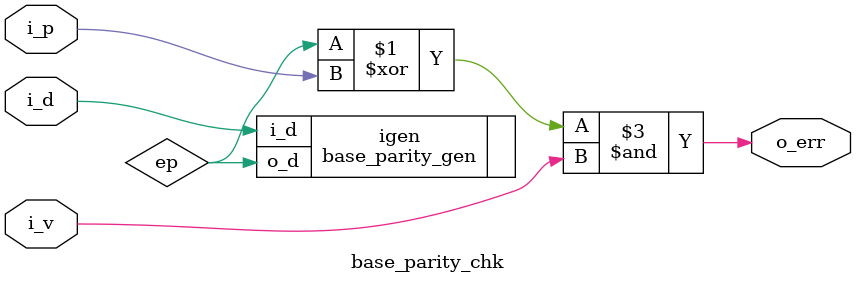
<source format=sv>
/*
 * Copyright 2017 IBM Corporation
 * Licensed to the Apache Software Foundation (ASF) under one
 * or more contributor license agreements.  See the NOTICE file
 * distributed with this work for additional information
 * regarding copyright ownership.  The ASF licenses this file
 * to you under the Apache License, Version 2.0 (the
 * "License"); you may not use this file except in compliance
 * with the License.  You may obtain a copy of the License at
 *
 *     http://www.apache.org/licenses/LICENSE-2.0
 *
 * Unless required by applicable law or agreed to in writing, software
 * distributed under the License is distributed on an "AS IS" BASIS,
 * WITHOUT WARRANTIES OR CONDITIONS OF ANY KIND, either express or implied.
 * See the License for the specific language governing permissions and
 * limitations under the License.
 *
 * Author: Andrew K Martin akmartin@us.ibm.com
 */
 
module base_parity_chk#(parameter dwidth=1, parameter pwidth=1)
   (input 	       i_v,
    input [0:dwidth-1] i_d,
    input [0:pwidth-1] i_p,
    output 	       o_err
    );


   wire [0:pwidth-1]   ep;
   base_parity_gen#(.dwidth(dwidth),.pwidth(pwidth)) igen(.i_d(i_d),.o_d(ep));
   assign 	       o_err = (| (ep ^ i_p)) & i_v;

endmodule // base_parity_chk



   
  
    
					    

</source>
